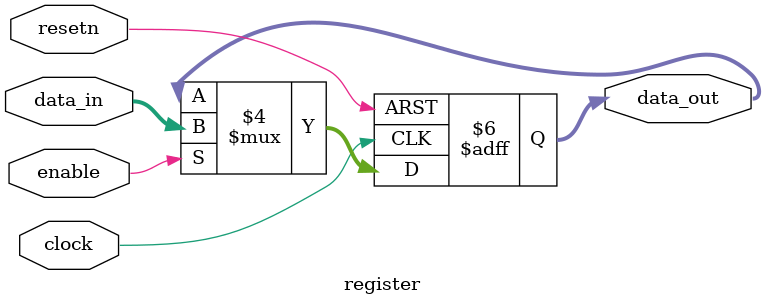
<source format=v>

module register #(parameter WIDTH = 16) (
    input wire clock,    
    input wire enable,   
    input wire resetn,
    input wire [WIDTH-1:0] data_in, 
    output reg [WIDTH-1:0] data_out 
);

    always @(posedge clock or negedge resetn) begin
        if (!resetn) begin 
            data_out <= {WIDTH{1'b0}}; 
        end else if (enable == 1) begin
            data_out <= data_in; 
        end
    end

endmodule
</source>
